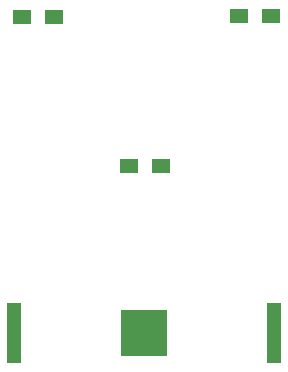
<source format=gbr>
G04 #@! TF.FileFunction,Paste,Bot*
%FSLAX46Y46*%
G04 Gerber Fmt 4.6, Leading zero omitted, Abs format (unit mm)*
G04 Created by KiCad (PCBNEW 4.0.7) date 05/01/20 20:11:21*
%MOMM*%
%LPD*%
G01*
G04 APERTURE LIST*
%ADD10C,0.100000*%
%ADD11R,3.960000X3.960000*%
%ADD12R,1.270000X5.080000*%
%ADD13R,1.500000X1.300000*%
G04 APERTURE END LIST*
D10*
D11*
X90850000Y-94500000D03*
D12*
X79865000Y-94500000D03*
X101835000Y-94500000D03*
D13*
X80500000Y-67700000D03*
X83200000Y-67700000D03*
X98900000Y-67650000D03*
X101600000Y-67650000D03*
X89550000Y-80350000D03*
X92250000Y-80350000D03*
M02*

</source>
